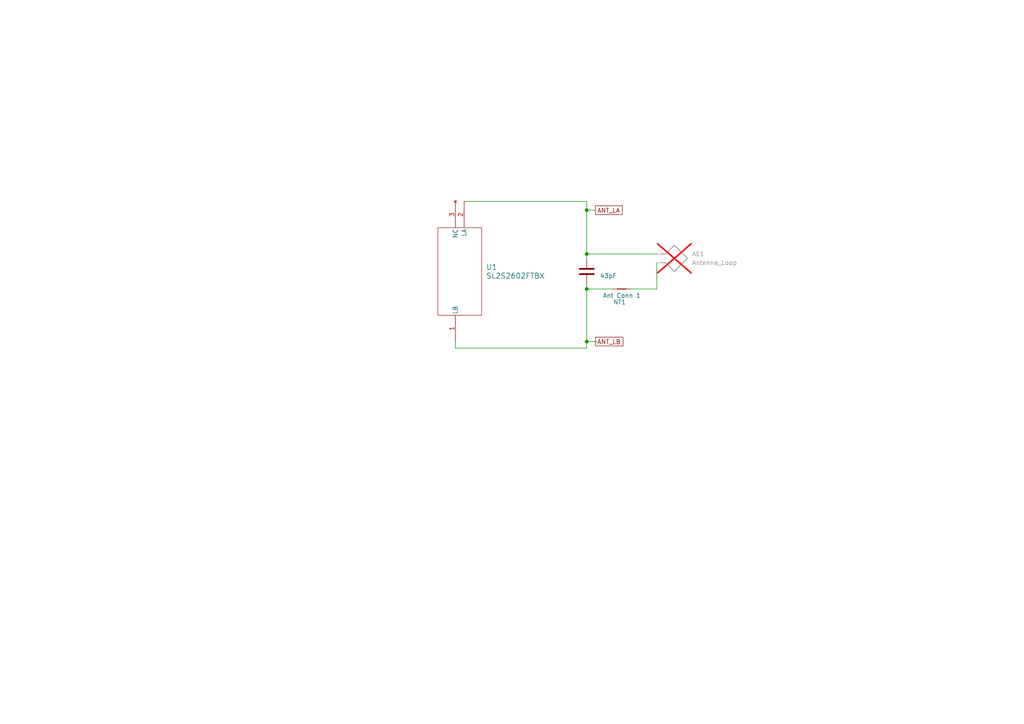
<source format=kicad_sch>
(kicad_sch (version 20250114) (generator "eeschema") (generator_version "9.0")
  (paper "A4")
  (lib_symbols
    (symbol "Device:Antenna_Loop" (pin_numbers (hide yes)) (pin_names (offset 1.016) (hide yes))
      (property "Reference" "AE" (at 1.27 6.35 0))
      (property "Value" "Antenna_Loop" (at 1.27 5.08 0))
      (symbol "Antenna_Loop_0_1"
        (polyline (pts (xy 2.54 -3.81) (xy 2.54 -2.54) (xy 5.08 0) (xy 1.27 3.81) (xy -2.54 0) (xy 0 -2.54) (xy 0 -3.81)) (stroke (width 0.254)))
      )
      (symbol "Antenna_Loop_1_1"
        (pin input line (at 0 -5.08 90) (length 2.54) (name "~") (number "1"))
        (pin input line (at 2.54 -5.08 90) (length 2.54) (name "~") (number "2"))
      )
    )
    (symbol "Device:C" (pin_numbers (hide yes)) (pin_names (offset 0.254))
      (property "Reference" "C" (at 0.635 2.54 0))
      (property "Value" "C" (at 0.635 -2.54 0))
      (symbol "C_0_1"
        (polyline (pts (xy -2.032 0.762) (xy 2.032 0.762)) (stroke (width 0.508)))
        (polyline (pts (xy -2.032 -0.762) (xy 2.032 -0.762)) (stroke (width 0.508)))
      )
      (symbol "C_1_1"
        (pin passive line (at 0 3.81 270) (length 2.794) (name "~") (number "1"))
        (pin passive line (at 0 -3.81 90) (length 2.794) (name "~") (number "2"))
      )
    )
    (symbol "Device:NetTie_2" (pin_numbers (hide yes)) (pin_names (offset 0) (hide yes)) (in_bom no)
      (property "Reference" "NT" (at 0 1.27 0))
      (property "Value" "NetTie_2" (at 0 -1.27 0))
      (symbol "NetTie_2_0_1"
        (polyline (pts (xy -1.27 0) (xy 1.27 0)) (stroke (width 0.254)))
      )
      (symbol "NetTie_2_1_1"
        (pin passive line (at -2.54 0 0) (length 2.54) (name "1") (number "1"))
        (pin passive line (at 2.54 0 180) (length 2.54) (name "2") (number "2"))
      )
    )
    (symbol "SL2S2602:SL2S2602FTBX" (pin_names (offset 0.254))
      (property "Reference" "U" (at 20.32 10.16 0))
      (property "Value" "SL2S2602FTBX" (at 20.32 7.62 0))
      (symbol "SL2S2602FTBX_0_1"
        (polyline (pts (xy 7.62 5.08) (xy 7.62 -7.62)) (stroke (width 0.127)))
        (polyline (pts (xy 7.62 -7.62) (xy 33.02 -7.62)) (stroke (width 0.127)))
        (polyline (pts (xy 33.02 5.08) (xy 7.62 5.08)) (stroke (width 0.127)))
        (polyline (pts (xy 33.02 -7.62) (xy 33.02 5.08)) (stroke (width 0.127)))
        (pin input line (at 0 0 0) (length 7.62) (name "LB") (number "1"))
        (pin no_connect line (at 40.64 0 180) (length 7.62) (name "NC") (number "3"))
        (pin input line (at 40.64 -2.54 180) (length 7.62) (name "LA") (number "2"))
      )
    )
  )
  (junction (at 170.18 60.96))
  (junction (at 170.18 73.66))
  (junction (at 170.18 99.06))
  (junction (at 170.18 83.82))
  (wire (pts (xy 170.18 60.96) (xy 170.18 73.66)))
  (wire (pts (xy 170.18 99.06) (xy 170.18 100.965)))
  (wire (pts (xy 182.88 83.82) (xy 190.5 83.82)))
  (wire (pts (xy 170.18 58.42) (xy 170.18 60.96)))
  (wire (pts (xy 170.18 82.55) (xy 170.18 83.82)))
  (wire (pts (xy 170.18 73.66) (xy 170.18 74.93)))
  (wire (pts (xy 170.18 60.96) (xy 172.72 60.96)))
  (wire (pts (xy 134.62 58.42) (xy 170.18 58.42)))
  (wire (pts (xy 132.08 100.965) (xy 132.08 99.06)))
  (wire (pts (xy 170.18 83.82) (xy 170.18 99.06)))
  (wire (pts (xy 132.08 100.965) (xy 170.18 100.965)))
  (wire (pts (xy 190.5 73.66) (xy 170.18 73.66)))
  (wire (pts (xy 170.18 83.82) (xy 177.8 83.82)))
  (wire (pts (xy 170.18 99.06) (xy 173.355 99.06)))
  (wire (pts (xy 190.5 76.2) (xy 190.5 83.82)))
  (global_label "ANT_LB" (shape passive) (at 172.72 99.06 0) (property "Intersheetrefs" "${INTERSHEET_REFS}" (effects (hide yes))))
  (global_label "ANT_LA" (shape passive) (at 172.72 60.96 0) (property "Intersheetrefs" "${INTERSHEET_REFS}" (effects (hide yes))))
  (symbol (lib_id "Device:NetTie_2") (at 180.34 83.82 0) (mirror y) (unit 1) (in_bom no)
    (property "Reference" "NT1" (at 179.705 87.63 0))
    (property "Value" "Ant Conn 1" (at 180.34 85.725 0))
    (property "Footprint" "NetTie:NetTie-2_SMD_Pad0.5mm" (effects (hide yes)))
    (property "Description" "Net tie, 2 pins" (effects (hide yes)))
  )
  (symbol (lib_id "Device:C") (at 170.18 78.74 0) (unit 1)
    (property "Reference" "C1" (effects (hide yes)))
    (property "Value" "43pF" (at 173.99 80.0099 0) (effects (justify left)))
    (property "Footprint" "Capacitor_SMD:C_0402_1005Metric_Pad0.74x0.62mm_HandSolder" (effects (hide yes)))
    (property "Description" "Unpolarized capacitor" (effects (hide yes)))
  )
  (symbol (lib_id "SL2S2602:SL2S2602FTBX") (at 132.08 99.06 90) (unit 1)
    (property "Reference" "U1" (at 140.97 77.4699 90) (effects (font (size 1.524 1.524)) (justify right)))
    (property "Value" "SL2S2602FTBX" (at 140.97 80.0099 90) (effects (font (size 1.524 1.524)) (justify right)))
    (property "Footprint" "XSON3_SL2S2602_NXP" (effects (hide yes)))
    (property "Datasheet" "SL2S2602FTBX" (effects (hide yes)))
  )
  (symbol (lib_id "Device:Antenna_Loop") (at 195.58 73.66 270) (unit 1) (in_bom no) (on_board no) (dnp yes)
    (property "Reference" "AE1" (at 200.66 73.6599 90) (effects (justify left)))
    (property "Value" "Antenna_Loop" (at 200.66 76.1999 90) (effects (justify left)))
    (property "Description" "Loop antenna" (effects (hide yes)))
  )
)
</source>
